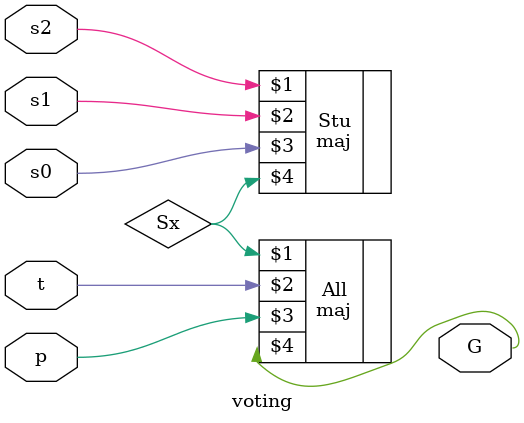
<source format=v>
`timescale 1ns / 1ps
module voting(s2, s1, s0, t, p, G);

input s2, s1, s0, t, p;
output G;

//Implementation 1 (Not 100% Correct)
/*assign G = (~s2 & ~s1 & s0 & t & p)   //00111
			| (~s2 & s1 & ~s0 & t & p)   //01011
			| (~s2 & s1 & s0 & ~t & p)   //01101
			| (~s2 & s1 & s0 & t & ~p)   //01110
			| (~s2 & s1 & s0 & t & p)    //01111
			| (s2 & ~s1 & ~s0 & t & p)   //10011
			| (s2 & ~s1 & s0 & ~t & p)   //10101
			| (s2 & ~s1 & s0 & t & ~p)   //10110
			| (s2 & ~s1 & s0 & t & p)    //10111
			| (s2 & s1 & ~s0 & ~t & p)   //11001
			| (s2 & s1 & ~s0 & t & ~p)   //11010
			| (s2 & s1 & ~s0 & t & p)    //11011
			| (s2 & s1 & s0 & ~t & ~p)   //11100
			| (s2 & s1 & s0 & ~t & p)    //11101
			| (s2 & s1 & s0 & t & ~p)    //11110
			| (s2 & s1 & s0 & t & p);    //11111*/
			
//Implementation 2 (Correct Implementaion)
wire Sx;
maj Stu(s2, s1, s0, Sx);
maj All(Sx, t, p, G);

endmodule

</source>
